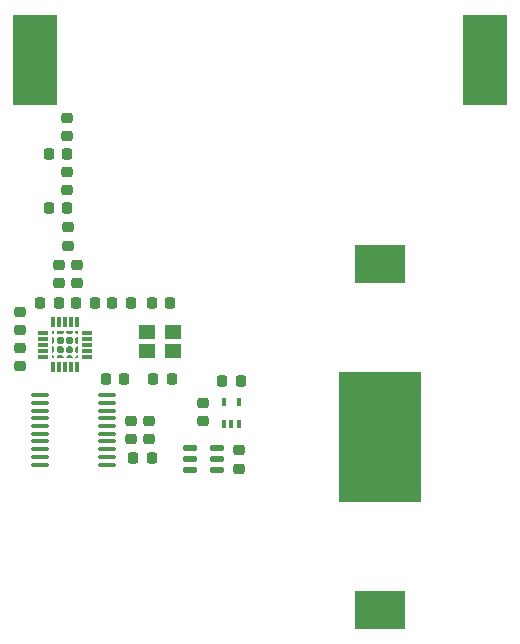
<source format=gbr>
%TF.GenerationSoftware,KiCad,Pcbnew,8.0.4*%
%TF.CreationDate,2024-10-14T16:37:58-05:00*%
%TF.ProjectId,Fob_Design_Files,466f625f-4465-4736-9967-6e5f46696c65,rev?*%
%TF.SameCoordinates,Original*%
%TF.FileFunction,Paste,Top*%
%TF.FilePolarity,Positive*%
%FSLAX46Y46*%
G04 Gerber Fmt 4.6, Leading zero omitted, Abs format (unit mm)*
G04 Created by KiCad (PCBNEW 8.0.4) date 2024-10-14 16:37:58*
%MOMM*%
%LPD*%
G01*
G04 APERTURE LIST*
G04 Aperture macros list*
%AMRoundRect*
0 Rectangle with rounded corners*
0 $1 Rounding radius*
0 $2 $3 $4 $5 $6 $7 $8 $9 X,Y pos of 4 corners*
0 Add a 4 corners polygon primitive as box body*
4,1,4,$2,$3,$4,$5,$6,$7,$8,$9,$2,$3,0*
0 Add four circle primitives for the rounded corners*
1,1,$1+$1,$2,$3*
1,1,$1+$1,$4,$5*
1,1,$1+$1,$6,$7*
1,1,$1+$1,$8,$9*
0 Add four rect primitives between the rounded corners*
20,1,$1+$1,$2,$3,$4,$5,0*
20,1,$1+$1,$4,$5,$6,$7,0*
20,1,$1+$1,$6,$7,$8,$9,0*
20,1,$1+$1,$8,$9,$2,$3,0*%
G04 Aperture macros list end*
%ADD10C,0.000000*%
%ADD11RoundRect,0.225000X-0.250000X0.225000X-0.250000X-0.225000X0.250000X-0.225000X0.250000X0.225000X0*%
%ADD12RoundRect,0.225000X0.250000X-0.225000X0.250000X0.225000X-0.250000X0.225000X-0.250000X-0.225000X0*%
%ADD13RoundRect,0.225000X0.225000X0.250000X-0.225000X0.250000X-0.225000X-0.250000X0.225000X-0.250000X0*%
%ADD14RoundRect,0.100000X0.637500X0.100000X-0.637500X0.100000X-0.637500X-0.100000X0.637500X-0.100000X0*%
%ADD15RoundRect,0.218750X0.256250X-0.218750X0.256250X0.218750X-0.256250X0.218750X-0.256250X-0.218750X0*%
%ADD16RoundRect,0.225000X-0.225000X-0.250000X0.225000X-0.250000X0.225000X0.250000X-0.225000X0.250000X0*%
%ADD17RoundRect,0.100000X0.100000X-0.225000X0.100000X0.225000X-0.100000X0.225000X-0.100000X-0.225000X0*%
%ADD18RoundRect,0.137500X-0.482500X-0.137500X0.482500X-0.137500X0.482500X0.137500X-0.482500X0.137500X0*%
%ADD19R,4.200000X3.200000*%
%ADD20R,7.000000X11.000000*%
%ADD21R,3.810000X7.620000*%
%ADD22RoundRect,0.218750X0.218750X0.256250X-0.218750X0.256250X-0.218750X-0.256250X0.218750X-0.256250X0*%
%ADD23R,0.304800X0.952500*%
%ADD24R,0.952500X0.304800*%
%ADD25R,1.400000X1.200000*%
G04 APERTURE END LIST*
D10*
%TO.C,U2*%
G36*
X94356250Y-66162180D02*
G01*
X94214829Y-66303601D01*
X94112080Y-66303601D01*
X94112080Y-66059431D01*
X94356250Y-66059431D01*
X94356250Y-66162180D01*
G37*
G36*
X94356250Y-68219822D02*
G01*
X94356250Y-68322571D01*
X94112080Y-68322571D01*
X94112080Y-68078401D01*
X94214829Y-68078401D01*
X94356250Y-68219822D01*
G37*
G36*
X96375220Y-66303601D02*
G01*
X96272471Y-66303601D01*
X96131050Y-66162180D01*
X96131050Y-66059431D01*
X96375220Y-66059431D01*
X96375220Y-66303601D01*
G37*
G36*
X96375220Y-68322571D02*
G01*
X96131050Y-68322571D01*
X96131050Y-68219822D01*
X96272471Y-68078401D01*
X96375220Y-68078401D01*
X96375220Y-68322571D01*
G37*
G36*
X94356250Y-66645022D02*
G01*
X94356250Y-66949580D01*
X94214829Y-67091001D01*
X94112080Y-67091001D01*
X94112080Y-66503601D01*
X94214829Y-66503601D01*
X94356250Y-66645022D01*
G37*
G36*
X94356250Y-67432422D02*
G01*
X94356250Y-67736980D01*
X94214829Y-67878401D01*
X94112080Y-67878401D01*
X94112080Y-67291001D01*
X94214829Y-67291001D01*
X94356250Y-67432422D01*
G37*
G36*
X95143650Y-66162180D02*
G01*
X95002229Y-66303601D01*
X94697671Y-66303601D01*
X94556250Y-66162180D01*
X94556250Y-66059431D01*
X95143650Y-66059431D01*
X95143650Y-66162180D01*
G37*
G36*
X95143650Y-68219822D02*
G01*
X95143650Y-68322571D01*
X94556250Y-68322571D01*
X94556250Y-68219822D01*
X94697671Y-68078401D01*
X95002229Y-68078401D01*
X95143650Y-68219822D01*
G37*
G36*
X95931050Y-66162180D02*
G01*
X95789629Y-66303601D01*
X95485071Y-66303601D01*
X95343650Y-66162180D01*
X95343650Y-66059431D01*
X95931050Y-66059431D01*
X95931050Y-66162180D01*
G37*
G36*
X95931050Y-68219822D02*
G01*
X95931050Y-68322571D01*
X95343650Y-68322571D01*
X95343650Y-68219822D01*
X95485071Y-68078401D01*
X95789629Y-68078401D01*
X95931050Y-68219822D01*
G37*
G36*
X96375220Y-67091001D02*
G01*
X96272471Y-67091001D01*
X96131050Y-66949580D01*
X96131050Y-66645022D01*
X96272471Y-66503601D01*
X96375220Y-66503601D01*
X96375220Y-67091001D01*
G37*
G36*
X96375220Y-67878401D02*
G01*
X96272471Y-67878401D01*
X96131050Y-67736980D01*
X96131050Y-67432422D01*
X96272471Y-67291001D01*
X96375220Y-67291001D01*
X96375220Y-67878401D01*
G37*
G36*
X95143650Y-66645022D02*
G01*
X95143650Y-66949580D01*
X95002229Y-67091001D01*
X94697671Y-67091001D01*
X94556250Y-66949580D01*
X94556250Y-66645022D01*
X94697671Y-66503601D01*
X95002229Y-66503601D01*
X95143650Y-66645022D01*
G37*
G36*
X95143650Y-67432422D02*
G01*
X95143650Y-67736980D01*
X95002229Y-67878401D01*
X94697671Y-67878401D01*
X94556250Y-67736980D01*
X94556250Y-67432422D01*
X94697671Y-67291001D01*
X95002229Y-67291001D01*
X95143650Y-67432422D01*
G37*
G36*
X95931050Y-66645022D02*
G01*
X95931050Y-66949580D01*
X95789629Y-67091001D01*
X95485071Y-67091001D01*
X95343650Y-66949580D01*
X95343650Y-66645022D01*
X95485071Y-66503601D01*
X95789629Y-66503601D01*
X95931050Y-66645022D01*
G37*
G36*
X95931050Y-67432422D02*
G01*
X95931050Y-67736980D01*
X95789629Y-67878401D01*
X95485071Y-67878401D01*
X95343650Y-67736980D01*
X95343650Y-67432422D01*
X95485071Y-67291001D01*
X95789629Y-67291001D01*
X95931050Y-67432422D01*
G37*
%TD*%
D11*
%TO.C,C9*%
X110000000Y-76125000D03*
X110000000Y-77675000D03*
%TD*%
D12*
%TO.C,C10*%
X95422101Y-49523650D03*
X95422101Y-47973650D03*
%TD*%
D13*
%TO.C,C7*%
X104148000Y-63627000D03*
X102598000Y-63627000D03*
%TD*%
D14*
%TO.C,U4*%
X98844000Y-77328000D03*
X98844000Y-76678000D03*
X98844000Y-76028000D03*
X98844000Y-75378000D03*
X98844000Y-74728000D03*
X98844000Y-74078000D03*
X98844000Y-73428000D03*
X98844000Y-72778000D03*
X98844000Y-72128000D03*
X98844000Y-71478000D03*
X93119000Y-71478000D03*
X93119000Y-72128000D03*
X93119000Y-72778000D03*
X93119000Y-73428000D03*
X93119000Y-74078000D03*
X93119000Y-74728000D03*
X93119000Y-75378000D03*
X93119000Y-76028000D03*
X93119000Y-76678000D03*
X93119000Y-77328000D03*
%TD*%
D11*
%TO.C,C14*%
X96225500Y-60426000D03*
X96225500Y-61976000D03*
%TD*%
D13*
%TO.C,C12*%
X94714500Y-63627000D03*
X93164500Y-63627000D03*
%TD*%
D15*
%TO.C,R1*%
X91433650Y-65971901D03*
X91433650Y-64396901D03*
%TD*%
%TO.C,L4*%
X95422101Y-54095650D03*
X95422101Y-52520650D03*
%TD*%
D16*
%TO.C,C11*%
X93885101Y-51047650D03*
X95435101Y-51047650D03*
%TD*%
D17*
%TO.C,U5*%
X108682000Y-73909000D03*
X109332000Y-73909000D03*
X109982000Y-73909000D03*
X109982000Y-72009000D03*
X108682000Y-72009000D03*
%TD*%
D18*
%TO.C,U1*%
X105800000Y-75900000D03*
X105800000Y-76850000D03*
X105800000Y-77800000D03*
X108120000Y-77800000D03*
X108120000Y-76850000D03*
X108120000Y-75900000D03*
%TD*%
D19*
%TO.C,U3*%
X121920000Y-89625000D03*
X121920000Y-60325000D03*
D20*
X121920000Y-74975000D03*
%TD*%
D21*
%TO.C,E1*%
X92700000Y-43053000D03*
X130800000Y-43053000D03*
%TD*%
D16*
%TO.C,C6*%
X102725000Y-70104000D03*
X104275000Y-70104000D03*
%TD*%
D15*
%TO.C,L2*%
X95463500Y-58826500D03*
X95463500Y-57251500D03*
%TD*%
D16*
%TO.C,C2*%
X108559000Y-70231000D03*
X110109000Y-70231000D03*
%TD*%
D15*
%TO.C,L1*%
X94701500Y-62001500D03*
X94701500Y-60426500D03*
%TD*%
D22*
%TO.C,R2*%
X102587500Y-76813000D03*
X101012500Y-76813000D03*
%TD*%
D11*
%TO.C,C8*%
X91433650Y-67457401D03*
X91433650Y-69007401D03*
%TD*%
D23*
%TO.C,U2*%
X94243649Y-69089651D03*
X94743651Y-69089651D03*
X95243650Y-69089651D03*
X95743649Y-69089651D03*
X96243651Y-69089651D03*
D24*
X97142300Y-68191002D03*
X97142300Y-67691000D03*
X97142300Y-67191001D03*
X97142300Y-66691002D03*
X97142300Y-66191000D03*
D23*
X96243651Y-65292351D03*
X95743649Y-65292351D03*
X95243650Y-65292351D03*
X94743651Y-65292351D03*
X94243649Y-65292351D03*
D24*
X93345000Y-66191000D03*
X93345000Y-66691002D03*
X93345000Y-67191001D03*
X93345000Y-67691000D03*
X93345000Y-68191002D03*
%TD*%
D12*
%TO.C,C1*%
X106934000Y-73673000D03*
X106934000Y-72123000D03*
%TD*%
D22*
%TO.C,L3*%
X97775000Y-63627000D03*
X96200000Y-63627000D03*
%TD*%
D12*
%TO.C,C3*%
X102400000Y-75175000D03*
X102400000Y-73625000D03*
%TD*%
D16*
%TO.C,C5*%
X98725000Y-70100000D03*
X100275000Y-70100000D03*
%TD*%
D25*
%TO.C,Y1*%
X102189000Y-67691000D03*
X104389000Y-67691000D03*
X104389000Y-66091000D03*
X102189000Y-66091000D03*
%TD*%
D12*
%TO.C,C4*%
X100876000Y-75175000D03*
X100876000Y-73625000D03*
%TD*%
D13*
%TO.C,C13*%
X100810500Y-63627000D03*
X99260500Y-63627000D03*
%TD*%
D16*
%TO.C,C15*%
X93872101Y-55619650D03*
X95422101Y-55619650D03*
%TD*%
M02*

</source>
